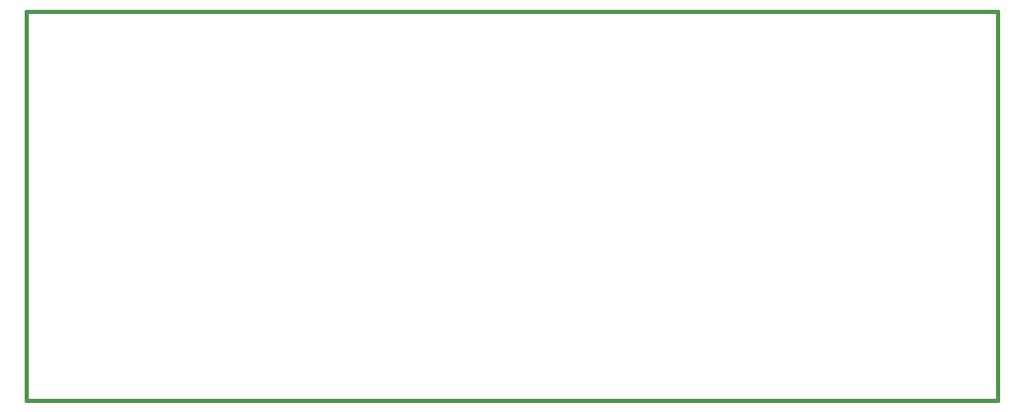
<source format=gbr>
G04 #@! TF.FileFunction,Profile,NP*
%FSLAX45Y45*%
G04 Gerber Fmt 4.5, Leading zero omitted, Abs format (unit mm)*
G04 Created by KiCad (PCBNEW (2015-01-25 BZR 5388)-product) date Mo 03 Aug 2015 14:20:38 CEST*
%MOMM*%
G01*
G04 APERTURE LIST*
%ADD10C,0.150000*%
%ADD11C,0.381000*%
G04 APERTURE END LIST*
D10*
D11*
X12100000Y-9600000D02*
X22100000Y-9600000D01*
X22100000Y-9600000D02*
X22100000Y-5600000D01*
X22100000Y-9600000D02*
X22100000Y-5600000D01*
X12100000Y-9600000D02*
X22100000Y-9600000D01*
X12100000Y-9600000D02*
X22100000Y-9600000D01*
X22100000Y-9600000D02*
X22100000Y-5600000D01*
X12100000Y-5600000D02*
X12100000Y-9600000D01*
X22100000Y-5600000D02*
X12100000Y-5600000D01*
X22100000Y-9600000D02*
X22100000Y-5600000D01*
X12100000Y-9600000D02*
X22100000Y-9600000D01*
M02*

</source>
